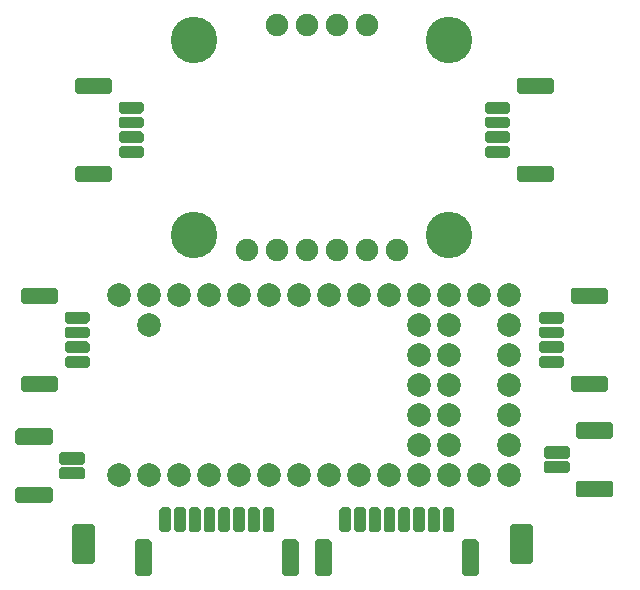
<source format=gts>
G04 #@! TF.GenerationSoftware,KiCad,Pcbnew,(5.1.9)-1*
G04 #@! TF.CreationDate,2021-04-18T01:47:18-07:00*
G04 #@! TF.ProjectId,UAS_Teensy,5541535f-5465-4656-9e73-792e6b696361,rev?*
G04 #@! TF.SameCoordinates,Original*
G04 #@! TF.FileFunction,Soldermask,Top*
G04 #@! TF.FilePolarity,Negative*
%FSLAX46Y46*%
G04 Gerber Fmt 4.6, Leading zero omitted, Abs format (unit mm)*
G04 Created by KiCad (PCBNEW (5.1.9)-1) date 2021-04-18 01:47:18*
%MOMM*%
%LPD*%
G01*
G04 APERTURE LIST*
%ADD10C,1.900000*%
%ADD11C,3.940000*%
%ADD12C,2.000000*%
G04 APERTURE END LIST*
G36*
G01*
X120716000Y-102592000D02*
X120716000Y-99592000D01*
G75*
G02*
X120916000Y-99392000I200000J0D01*
G01*
X122416000Y-99392000D01*
G75*
G02*
X122616000Y-99592000I0J-200000D01*
G01*
X122616000Y-102592000D01*
G75*
G02*
X122416000Y-102792000I-200000J0D01*
G01*
X120916000Y-102792000D01*
G75*
G02*
X120716000Y-102592000I0J200000D01*
G01*
G37*
G36*
G01*
X83632000Y-102592000D02*
X83632000Y-99592000D01*
G75*
G02*
X83832000Y-99392000I200000J0D01*
G01*
X85332000Y-99392000D01*
G75*
G02*
X85532000Y-99592000I0J-200000D01*
G01*
X85532000Y-102592000D01*
G75*
G02*
X85332000Y-102792000I-200000J0D01*
G01*
X83832000Y-102792000D01*
G75*
G02*
X83632000Y-102592000I0J200000D01*
G01*
G37*
G36*
G01*
X124195000Y-63015000D02*
X121495000Y-63015000D01*
G75*
G02*
X121295000Y-62815000I0J200000D01*
G01*
X121295000Y-61815000D01*
G75*
G02*
X121495000Y-61615000I200000J0D01*
G01*
X124195000Y-61615000D01*
G75*
G02*
X124395000Y-61815000I0J-200000D01*
G01*
X124395000Y-62815000D01*
G75*
G02*
X124195000Y-63015000I-200000J0D01*
G01*
G37*
G36*
G01*
X120495000Y-64665000D02*
X118795000Y-64665000D01*
G75*
G02*
X118595000Y-64465000I0J200000D01*
G01*
X118595000Y-63865000D01*
G75*
G02*
X118795000Y-63665000I200000J0D01*
G01*
X120495000Y-63665000D01*
G75*
G02*
X120695000Y-63865000I0J-200000D01*
G01*
X120695000Y-64465000D01*
G75*
G02*
X120495000Y-64665000I-200000J0D01*
G01*
G37*
G36*
G01*
X120495000Y-65915000D02*
X118795000Y-65915000D01*
G75*
G02*
X118595000Y-65715000I0J200000D01*
G01*
X118595000Y-65115000D01*
G75*
G02*
X118795000Y-64915000I200000J0D01*
G01*
X120495000Y-64915000D01*
G75*
G02*
X120695000Y-65115000I0J-200000D01*
G01*
X120695000Y-65715000D01*
G75*
G02*
X120495000Y-65915000I-200000J0D01*
G01*
G37*
G36*
G01*
X120495000Y-68415000D02*
X118795000Y-68415000D01*
G75*
G02*
X118595000Y-68215000I0J200000D01*
G01*
X118595000Y-67615000D01*
G75*
G02*
X118795000Y-67415000I200000J0D01*
G01*
X120495000Y-67415000D01*
G75*
G02*
X120695000Y-67615000I0J-200000D01*
G01*
X120695000Y-68215000D01*
G75*
G02*
X120495000Y-68415000I-200000J0D01*
G01*
G37*
G36*
G01*
X120495000Y-67165000D02*
X118795000Y-67165000D01*
G75*
G02*
X118595000Y-66965000I0J200000D01*
G01*
X118595000Y-66365000D01*
G75*
G02*
X118795000Y-66165000I200000J0D01*
G01*
X120495000Y-66165000D01*
G75*
G02*
X120695000Y-66365000I0J-200000D01*
G01*
X120695000Y-66965000D01*
G75*
G02*
X120495000Y-67165000I-200000J0D01*
G01*
G37*
G36*
G01*
X124195000Y-70465000D02*
X121495000Y-70465000D01*
G75*
G02*
X121295000Y-70265000I0J200000D01*
G01*
X121295000Y-69265000D01*
G75*
G02*
X121495000Y-69065000I200000J0D01*
G01*
X124195000Y-69065000D01*
G75*
G02*
X124395000Y-69265000I0J-200000D01*
G01*
X124395000Y-70265000D01*
G75*
G02*
X124195000Y-70465000I-200000J0D01*
G01*
G37*
G36*
G01*
X84085000Y-69065000D02*
X86785000Y-69065000D01*
G75*
G02*
X86985000Y-69265000I0J-200000D01*
G01*
X86985000Y-70265000D01*
G75*
G02*
X86785000Y-70465000I-200000J0D01*
G01*
X84085000Y-70465000D01*
G75*
G02*
X83885000Y-70265000I0J200000D01*
G01*
X83885000Y-69265000D01*
G75*
G02*
X84085000Y-69065000I200000J0D01*
G01*
G37*
G36*
G01*
X87785000Y-67415000D02*
X89485000Y-67415000D01*
G75*
G02*
X89685000Y-67615000I0J-200000D01*
G01*
X89685000Y-68215000D01*
G75*
G02*
X89485000Y-68415000I-200000J0D01*
G01*
X87785000Y-68415000D01*
G75*
G02*
X87585000Y-68215000I0J200000D01*
G01*
X87585000Y-67615000D01*
G75*
G02*
X87785000Y-67415000I200000J0D01*
G01*
G37*
G36*
G01*
X87785000Y-66165000D02*
X89485000Y-66165000D01*
G75*
G02*
X89685000Y-66365000I0J-200000D01*
G01*
X89685000Y-66965000D01*
G75*
G02*
X89485000Y-67165000I-200000J0D01*
G01*
X87785000Y-67165000D01*
G75*
G02*
X87585000Y-66965000I0J200000D01*
G01*
X87585000Y-66365000D01*
G75*
G02*
X87785000Y-66165000I200000J0D01*
G01*
G37*
G36*
G01*
X87785000Y-63665000D02*
X89485000Y-63665000D01*
G75*
G02*
X89685000Y-63865000I0J-200000D01*
G01*
X89685000Y-64465000D01*
G75*
G02*
X89485000Y-64665000I-200000J0D01*
G01*
X87785000Y-64665000D01*
G75*
G02*
X87585000Y-64465000I0J200000D01*
G01*
X87585000Y-63865000D01*
G75*
G02*
X87785000Y-63665000I200000J0D01*
G01*
G37*
G36*
G01*
X87785000Y-64915000D02*
X89485000Y-64915000D01*
G75*
G02*
X89685000Y-65115000I0J-200000D01*
G01*
X89685000Y-65715000D01*
G75*
G02*
X89485000Y-65915000I-200000J0D01*
G01*
X87785000Y-65915000D01*
G75*
G02*
X87585000Y-65715000I0J200000D01*
G01*
X87585000Y-65115000D01*
G75*
G02*
X87785000Y-64915000I200000J0D01*
G01*
G37*
G36*
G01*
X84085000Y-61615000D02*
X86785000Y-61615000D01*
G75*
G02*
X86985000Y-61815000I0J-200000D01*
G01*
X86985000Y-62815000D01*
G75*
G02*
X86785000Y-63015000I-200000J0D01*
G01*
X84085000Y-63015000D01*
G75*
G02*
X83885000Y-62815000I0J200000D01*
G01*
X83885000Y-61815000D01*
G75*
G02*
X84085000Y-61615000I200000J0D01*
G01*
G37*
G36*
G01*
X79513000Y-86845000D02*
X82213000Y-86845000D01*
G75*
G02*
X82413000Y-87045000I0J-200000D01*
G01*
X82413000Y-88045000D01*
G75*
G02*
X82213000Y-88245000I-200000J0D01*
G01*
X79513000Y-88245000D01*
G75*
G02*
X79313000Y-88045000I0J200000D01*
G01*
X79313000Y-87045000D01*
G75*
G02*
X79513000Y-86845000I200000J0D01*
G01*
G37*
G36*
G01*
X83213000Y-85195000D02*
X84913000Y-85195000D01*
G75*
G02*
X85113000Y-85395000I0J-200000D01*
G01*
X85113000Y-85995000D01*
G75*
G02*
X84913000Y-86195000I-200000J0D01*
G01*
X83213000Y-86195000D01*
G75*
G02*
X83013000Y-85995000I0J200000D01*
G01*
X83013000Y-85395000D01*
G75*
G02*
X83213000Y-85195000I200000J0D01*
G01*
G37*
G36*
G01*
X83213000Y-83945000D02*
X84913000Y-83945000D01*
G75*
G02*
X85113000Y-84145000I0J-200000D01*
G01*
X85113000Y-84745000D01*
G75*
G02*
X84913000Y-84945000I-200000J0D01*
G01*
X83213000Y-84945000D01*
G75*
G02*
X83013000Y-84745000I0J200000D01*
G01*
X83013000Y-84145000D01*
G75*
G02*
X83213000Y-83945000I200000J0D01*
G01*
G37*
G36*
G01*
X83213000Y-81445000D02*
X84913000Y-81445000D01*
G75*
G02*
X85113000Y-81645000I0J-200000D01*
G01*
X85113000Y-82245000D01*
G75*
G02*
X84913000Y-82445000I-200000J0D01*
G01*
X83213000Y-82445000D01*
G75*
G02*
X83013000Y-82245000I0J200000D01*
G01*
X83013000Y-81645000D01*
G75*
G02*
X83213000Y-81445000I200000J0D01*
G01*
G37*
G36*
G01*
X83213000Y-82695000D02*
X84913000Y-82695000D01*
G75*
G02*
X85113000Y-82895000I0J-200000D01*
G01*
X85113000Y-83495000D01*
G75*
G02*
X84913000Y-83695000I-200000J0D01*
G01*
X83213000Y-83695000D01*
G75*
G02*
X83013000Y-83495000I0J200000D01*
G01*
X83013000Y-82895000D01*
G75*
G02*
X83213000Y-82695000I200000J0D01*
G01*
G37*
G36*
G01*
X79513000Y-79395000D02*
X82213000Y-79395000D01*
G75*
G02*
X82413000Y-79595000I0J-200000D01*
G01*
X82413000Y-80595000D01*
G75*
G02*
X82213000Y-80795000I-200000J0D01*
G01*
X79513000Y-80795000D01*
G75*
G02*
X79313000Y-80595000I0J200000D01*
G01*
X79313000Y-79595000D01*
G75*
G02*
X79513000Y-79395000I200000J0D01*
G01*
G37*
G36*
G01*
X128767000Y-80795000D02*
X126067000Y-80795000D01*
G75*
G02*
X125867000Y-80595000I0J200000D01*
G01*
X125867000Y-79595000D01*
G75*
G02*
X126067000Y-79395000I200000J0D01*
G01*
X128767000Y-79395000D01*
G75*
G02*
X128967000Y-79595000I0J-200000D01*
G01*
X128967000Y-80595000D01*
G75*
G02*
X128767000Y-80795000I-200000J0D01*
G01*
G37*
G36*
G01*
X125067000Y-82445000D02*
X123367000Y-82445000D01*
G75*
G02*
X123167000Y-82245000I0J200000D01*
G01*
X123167000Y-81645000D01*
G75*
G02*
X123367000Y-81445000I200000J0D01*
G01*
X125067000Y-81445000D01*
G75*
G02*
X125267000Y-81645000I0J-200000D01*
G01*
X125267000Y-82245000D01*
G75*
G02*
X125067000Y-82445000I-200000J0D01*
G01*
G37*
G36*
G01*
X125067000Y-83695000D02*
X123367000Y-83695000D01*
G75*
G02*
X123167000Y-83495000I0J200000D01*
G01*
X123167000Y-82895000D01*
G75*
G02*
X123367000Y-82695000I200000J0D01*
G01*
X125067000Y-82695000D01*
G75*
G02*
X125267000Y-82895000I0J-200000D01*
G01*
X125267000Y-83495000D01*
G75*
G02*
X125067000Y-83695000I-200000J0D01*
G01*
G37*
G36*
G01*
X125067000Y-86195000D02*
X123367000Y-86195000D01*
G75*
G02*
X123167000Y-85995000I0J200000D01*
G01*
X123167000Y-85395000D01*
G75*
G02*
X123367000Y-85195000I200000J0D01*
G01*
X125067000Y-85195000D01*
G75*
G02*
X125267000Y-85395000I0J-200000D01*
G01*
X125267000Y-85995000D01*
G75*
G02*
X125067000Y-86195000I-200000J0D01*
G01*
G37*
G36*
G01*
X125067000Y-84945000D02*
X123367000Y-84945000D01*
G75*
G02*
X123167000Y-84745000I0J200000D01*
G01*
X123167000Y-84145000D01*
G75*
G02*
X123367000Y-83945000I200000J0D01*
G01*
X125067000Y-83945000D01*
G75*
G02*
X125267000Y-84145000I0J-200000D01*
G01*
X125267000Y-84745000D01*
G75*
G02*
X125067000Y-84945000I-200000J0D01*
G01*
G37*
G36*
G01*
X128767000Y-88245000D02*
X126067000Y-88245000D01*
G75*
G02*
X125867000Y-88045000I0J200000D01*
G01*
X125867000Y-87045000D01*
G75*
G02*
X126067000Y-86845000I200000J0D01*
G01*
X128767000Y-86845000D01*
G75*
G02*
X128967000Y-87045000I0J-200000D01*
G01*
X128967000Y-88045000D01*
G75*
G02*
X128767000Y-88245000I-200000J0D01*
G01*
G37*
G36*
G01*
X82723279Y-93332800D02*
X84526679Y-93332800D01*
G75*
G02*
X84726679Y-93532800I0J-200000D01*
G01*
X84726679Y-94193200D01*
G75*
G02*
X84526679Y-94393200I-200000J0D01*
G01*
X82723279Y-94393200D01*
G75*
G02*
X82523279Y-94193200I0J200000D01*
G01*
X82523279Y-93532800D01*
G75*
G02*
X82723279Y-93332800I200000J0D01*
G01*
G37*
G36*
G01*
X82723279Y-94582800D02*
X84526679Y-94582800D01*
G75*
G02*
X84726679Y-94782800I0J-200000D01*
G01*
X84726679Y-95443200D01*
G75*
G02*
X84526679Y-95643200I-200000J0D01*
G01*
X82723279Y-95643200D01*
G75*
G02*
X82523279Y-95443200I0J200000D01*
G01*
X82523279Y-94782800D01*
G75*
G02*
X82723279Y-94582800I200000J0D01*
G01*
G37*
G36*
G01*
X78817978Y-92508301D02*
X78817978Y-91517701D01*
G75*
G02*
X79017978Y-91317701I200000J0D01*
G01*
X81811978Y-91317701D01*
G75*
G02*
X82011978Y-91517701I0J-200000D01*
G01*
X82011978Y-92508301D01*
G75*
G02*
X81811978Y-92708301I-200000J0D01*
G01*
X79017978Y-92708301D01*
G75*
G02*
X78817978Y-92508301I0J200000D01*
G01*
G37*
G36*
G01*
X78817978Y-97458299D02*
X78817978Y-96467699D01*
G75*
G02*
X79017978Y-96267699I200000J0D01*
G01*
X81811978Y-96267699D01*
G75*
G02*
X82011978Y-96467699I0J-200000D01*
G01*
X82011978Y-97458299D01*
G75*
G02*
X81811978Y-97658299I-200000J0D01*
G01*
X79017978Y-97658299D01*
G75*
G02*
X78817978Y-97458299I0J200000D01*
G01*
G37*
G36*
G01*
X116650000Y-103610000D02*
X116650000Y-100910000D01*
G75*
G02*
X116850000Y-100710000I200000J0D01*
G01*
X117850000Y-100710000D01*
G75*
G02*
X118050000Y-100910000I0J-200000D01*
G01*
X118050000Y-103610000D01*
G75*
G02*
X117850000Y-103810000I-200000J0D01*
G01*
X116850000Y-103810000D01*
G75*
G02*
X116650000Y-103610000I0J200000D01*
G01*
G37*
G36*
G01*
X104200000Y-103610000D02*
X104200000Y-100910000D01*
G75*
G02*
X104400000Y-100710000I200000J0D01*
G01*
X105400000Y-100710000D01*
G75*
G02*
X105600000Y-100910000I0J-200000D01*
G01*
X105600000Y-103610000D01*
G75*
G02*
X105400000Y-103810000I-200000J0D01*
G01*
X104400000Y-103810000D01*
G75*
G02*
X104200000Y-103610000I0J200000D01*
G01*
G37*
G36*
G01*
X115000000Y-99910000D02*
X115000000Y-98210000D01*
G75*
G02*
X115200000Y-98010000I200000J0D01*
G01*
X115800000Y-98010000D01*
G75*
G02*
X116000000Y-98210000I0J-200000D01*
G01*
X116000000Y-99910000D01*
G75*
G02*
X115800000Y-100110000I-200000J0D01*
G01*
X115200000Y-100110000D01*
G75*
G02*
X115000000Y-99910000I0J200000D01*
G01*
G37*
G36*
G01*
X106250000Y-99910000D02*
X106250000Y-98210000D01*
G75*
G02*
X106450000Y-98010000I200000J0D01*
G01*
X107050000Y-98010000D01*
G75*
G02*
X107250000Y-98210000I0J-200000D01*
G01*
X107250000Y-99910000D01*
G75*
G02*
X107050000Y-100110000I-200000J0D01*
G01*
X106450000Y-100110000D01*
G75*
G02*
X106250000Y-99910000I0J200000D01*
G01*
G37*
G36*
G01*
X107500000Y-99910000D02*
X107500000Y-98210000D01*
G75*
G02*
X107700000Y-98010000I200000J0D01*
G01*
X108300000Y-98010000D01*
G75*
G02*
X108500000Y-98210000I0J-200000D01*
G01*
X108500000Y-99910000D01*
G75*
G02*
X108300000Y-100110000I-200000J0D01*
G01*
X107700000Y-100110000D01*
G75*
G02*
X107500000Y-99910000I0J200000D01*
G01*
G37*
G36*
G01*
X108750000Y-99910000D02*
X108750000Y-98210000D01*
G75*
G02*
X108950000Y-98010000I200000J0D01*
G01*
X109550000Y-98010000D01*
G75*
G02*
X109750000Y-98210000I0J-200000D01*
G01*
X109750000Y-99910000D01*
G75*
G02*
X109550000Y-100110000I-200000J0D01*
G01*
X108950000Y-100110000D01*
G75*
G02*
X108750000Y-99910000I0J200000D01*
G01*
G37*
G36*
G01*
X113750000Y-99910000D02*
X113750000Y-98210000D01*
G75*
G02*
X113950000Y-98010000I200000J0D01*
G01*
X114550000Y-98010000D01*
G75*
G02*
X114750000Y-98210000I0J-200000D01*
G01*
X114750000Y-99910000D01*
G75*
G02*
X114550000Y-100110000I-200000J0D01*
G01*
X113950000Y-100110000D01*
G75*
G02*
X113750000Y-99910000I0J200000D01*
G01*
G37*
G36*
G01*
X112500000Y-99910000D02*
X112500000Y-98210000D01*
G75*
G02*
X112700000Y-98010000I200000J0D01*
G01*
X113300000Y-98010000D01*
G75*
G02*
X113500000Y-98210000I0J-200000D01*
G01*
X113500000Y-99910000D01*
G75*
G02*
X113300000Y-100110000I-200000J0D01*
G01*
X112700000Y-100110000D01*
G75*
G02*
X112500000Y-99910000I0J200000D01*
G01*
G37*
G36*
G01*
X111250000Y-99910000D02*
X111250000Y-98210000D01*
G75*
G02*
X111450000Y-98010000I200000J0D01*
G01*
X112050000Y-98010000D01*
G75*
G02*
X112250000Y-98210000I0J-200000D01*
G01*
X112250000Y-99910000D01*
G75*
G02*
X112050000Y-100110000I-200000J0D01*
G01*
X111450000Y-100110000D01*
G75*
G02*
X111250000Y-99910000I0J200000D01*
G01*
G37*
G36*
G01*
X110000000Y-99910000D02*
X110000000Y-98210000D01*
G75*
G02*
X110200000Y-98010000I200000J0D01*
G01*
X110800000Y-98010000D01*
G75*
G02*
X111000000Y-98210000I0J-200000D01*
G01*
X111000000Y-99910000D01*
G75*
G02*
X110800000Y-100110000I-200000J0D01*
G01*
X110200000Y-100110000D01*
G75*
G02*
X110000000Y-99910000I0J200000D01*
G01*
G37*
G36*
G01*
X101410000Y-103610000D02*
X101410000Y-100910000D01*
G75*
G02*
X101610000Y-100710000I200000J0D01*
G01*
X102610000Y-100710000D01*
G75*
G02*
X102810000Y-100910000I0J-200000D01*
G01*
X102810000Y-103610000D01*
G75*
G02*
X102610000Y-103810000I-200000J0D01*
G01*
X101610000Y-103810000D01*
G75*
G02*
X101410000Y-103610000I0J200000D01*
G01*
G37*
G36*
G01*
X88960000Y-103610000D02*
X88960000Y-100910000D01*
G75*
G02*
X89160000Y-100710000I200000J0D01*
G01*
X90160000Y-100710000D01*
G75*
G02*
X90360000Y-100910000I0J-200000D01*
G01*
X90360000Y-103610000D01*
G75*
G02*
X90160000Y-103810000I-200000J0D01*
G01*
X89160000Y-103810000D01*
G75*
G02*
X88960000Y-103610000I0J200000D01*
G01*
G37*
G36*
G01*
X99760000Y-99910000D02*
X99760000Y-98210000D01*
G75*
G02*
X99960000Y-98010000I200000J0D01*
G01*
X100560000Y-98010000D01*
G75*
G02*
X100760000Y-98210000I0J-200000D01*
G01*
X100760000Y-99910000D01*
G75*
G02*
X100560000Y-100110000I-200000J0D01*
G01*
X99960000Y-100110000D01*
G75*
G02*
X99760000Y-99910000I0J200000D01*
G01*
G37*
G36*
G01*
X91010000Y-99910000D02*
X91010000Y-98210000D01*
G75*
G02*
X91210000Y-98010000I200000J0D01*
G01*
X91810000Y-98010000D01*
G75*
G02*
X92010000Y-98210000I0J-200000D01*
G01*
X92010000Y-99910000D01*
G75*
G02*
X91810000Y-100110000I-200000J0D01*
G01*
X91210000Y-100110000D01*
G75*
G02*
X91010000Y-99910000I0J200000D01*
G01*
G37*
G36*
G01*
X92260000Y-99910000D02*
X92260000Y-98210000D01*
G75*
G02*
X92460000Y-98010000I200000J0D01*
G01*
X93060000Y-98010000D01*
G75*
G02*
X93260000Y-98210000I0J-200000D01*
G01*
X93260000Y-99910000D01*
G75*
G02*
X93060000Y-100110000I-200000J0D01*
G01*
X92460000Y-100110000D01*
G75*
G02*
X92260000Y-99910000I0J200000D01*
G01*
G37*
G36*
G01*
X93510000Y-99910000D02*
X93510000Y-98210000D01*
G75*
G02*
X93710000Y-98010000I200000J0D01*
G01*
X94310000Y-98010000D01*
G75*
G02*
X94510000Y-98210000I0J-200000D01*
G01*
X94510000Y-99910000D01*
G75*
G02*
X94310000Y-100110000I-200000J0D01*
G01*
X93710000Y-100110000D01*
G75*
G02*
X93510000Y-99910000I0J200000D01*
G01*
G37*
G36*
G01*
X98510000Y-99910000D02*
X98510000Y-98210000D01*
G75*
G02*
X98710000Y-98010000I200000J0D01*
G01*
X99310000Y-98010000D01*
G75*
G02*
X99510000Y-98210000I0J-200000D01*
G01*
X99510000Y-99910000D01*
G75*
G02*
X99310000Y-100110000I-200000J0D01*
G01*
X98710000Y-100110000D01*
G75*
G02*
X98510000Y-99910000I0J200000D01*
G01*
G37*
G36*
G01*
X97260000Y-99910000D02*
X97260000Y-98210000D01*
G75*
G02*
X97460000Y-98010000I200000J0D01*
G01*
X98060000Y-98010000D01*
G75*
G02*
X98260000Y-98210000I0J-200000D01*
G01*
X98260000Y-99910000D01*
G75*
G02*
X98060000Y-100110000I-200000J0D01*
G01*
X97460000Y-100110000D01*
G75*
G02*
X97260000Y-99910000I0J200000D01*
G01*
G37*
G36*
G01*
X96010000Y-99910000D02*
X96010000Y-98210000D01*
G75*
G02*
X96210000Y-98010000I200000J0D01*
G01*
X96810000Y-98010000D01*
G75*
G02*
X97010000Y-98210000I0J-200000D01*
G01*
X97010000Y-99910000D01*
G75*
G02*
X96810000Y-100110000I-200000J0D01*
G01*
X96210000Y-100110000D01*
G75*
G02*
X96010000Y-99910000I0J200000D01*
G01*
G37*
G36*
G01*
X94760000Y-99910000D02*
X94760000Y-98210000D01*
G75*
G02*
X94960000Y-98010000I200000J0D01*
G01*
X95560000Y-98010000D01*
G75*
G02*
X95760000Y-98210000I0J-200000D01*
G01*
X95760000Y-99910000D01*
G75*
G02*
X95560000Y-100110000I-200000J0D01*
G01*
X94960000Y-100110000D01*
G75*
G02*
X94760000Y-99910000I0J200000D01*
G01*
G37*
D10*
X111130000Y-76200000D03*
X108590000Y-76200000D03*
X106050000Y-76200000D03*
X103500000Y-76200000D03*
X100960000Y-76200000D03*
X98430000Y-76200000D03*
X108590000Y-57150000D03*
X106040000Y-57150000D03*
X103510000Y-57150000D03*
X100960000Y-57150000D03*
D11*
X93980000Y-74930000D03*
X115570000Y-74930000D03*
X93980000Y-58420000D03*
X115570000Y-58420000D03*
D12*
X113030000Y-92710000D03*
X115570000Y-92710000D03*
X113030000Y-90170000D03*
X115570000Y-90170000D03*
X113030000Y-87630000D03*
X115570000Y-87630000D03*
X113030000Y-85090000D03*
X115570000Y-85090000D03*
X113030000Y-82550000D03*
X115570000Y-82550000D03*
X87630000Y-95250000D03*
X90170000Y-95250000D03*
X92710000Y-95250000D03*
X95250000Y-95250000D03*
X97790000Y-95250000D03*
X100330000Y-95250000D03*
X102870000Y-95250000D03*
X105410000Y-95250000D03*
X107950000Y-95250000D03*
X110490000Y-95250000D03*
X113030000Y-95250000D03*
X115570000Y-95250000D03*
X118110000Y-95250000D03*
X90170000Y-82550000D03*
X87630000Y-80010000D03*
X90170000Y-80010000D03*
X92710000Y-80010000D03*
X95250000Y-80010000D03*
X97790000Y-80010000D03*
X100330000Y-80010000D03*
X102870000Y-80010000D03*
X105410000Y-80010000D03*
X107950000Y-80010000D03*
X110490000Y-80010000D03*
X113030000Y-80010000D03*
X115570000Y-80010000D03*
X118110000Y-80010000D03*
X120650000Y-95250000D03*
X120650000Y-92710000D03*
X120650000Y-90170000D03*
X120650000Y-80010000D03*
X120650000Y-82550000D03*
X120650000Y-85090000D03*
X120650000Y-87630000D03*
G36*
G01*
X125556721Y-95135200D02*
X123753321Y-95135200D01*
G75*
G02*
X123553321Y-94935200I0J200000D01*
G01*
X123553321Y-94274800D01*
G75*
G02*
X123753321Y-94074800I200000J0D01*
G01*
X125556721Y-94074800D01*
G75*
G02*
X125756721Y-94274800I0J-200000D01*
G01*
X125756721Y-94935200D01*
G75*
G02*
X125556721Y-95135200I-200000J0D01*
G01*
G37*
G36*
G01*
X125556721Y-93885200D02*
X123753321Y-93885200D01*
G75*
G02*
X123553321Y-93685200I0J200000D01*
G01*
X123553321Y-93024800D01*
G75*
G02*
X123753321Y-92824800I200000J0D01*
G01*
X125556721Y-92824800D01*
G75*
G02*
X125756721Y-93024800I0J-200000D01*
G01*
X125756721Y-93685200D01*
G75*
G02*
X125556721Y-93885200I-200000J0D01*
G01*
G37*
G36*
G01*
X129462022Y-95959699D02*
X129462022Y-96950299D01*
G75*
G02*
X129262022Y-97150299I-200000J0D01*
G01*
X126468022Y-97150299D01*
G75*
G02*
X126268022Y-96950299I0J200000D01*
G01*
X126268022Y-95959699D01*
G75*
G02*
X126468022Y-95759699I200000J0D01*
G01*
X129262022Y-95759699D01*
G75*
G02*
X129462022Y-95959699I0J-200000D01*
G01*
G37*
G36*
G01*
X129462022Y-91009701D02*
X129462022Y-92000301D01*
G75*
G02*
X129262022Y-92200301I-200000J0D01*
G01*
X126468022Y-92200301D01*
G75*
G02*
X126268022Y-92000301I0J200000D01*
G01*
X126268022Y-91009701D01*
G75*
G02*
X126468022Y-90809701I200000J0D01*
G01*
X129262022Y-90809701D01*
G75*
G02*
X129462022Y-91009701I0J-200000D01*
G01*
G37*
M02*

</source>
